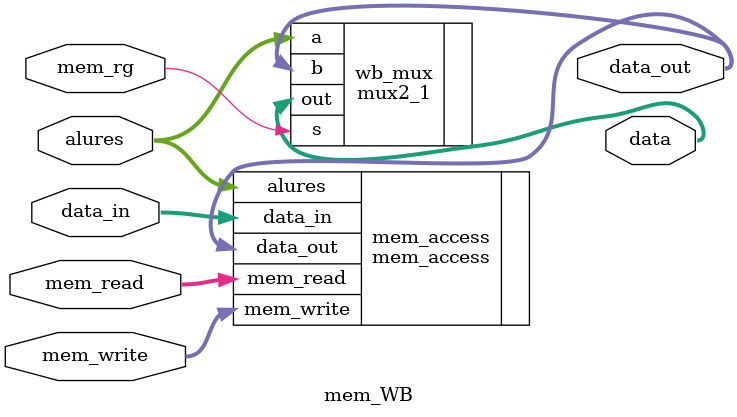
<source format=sv>
module mem_WB(alures,data_in,data_out,mem_rg,data,mem_read,mem_write);
input logic[31:0] alures;
output logic [31:0] data_out;
input logic [31:0] data_in;
input logic [31:0] mem_read;
input logic [31:0] mem_write;
input bit mem_rg;
output logic[31:0] data;

mux2_1 wb_mux(.a(alures),.b(data_out),.s(mem_rg),.out(data));
mem_access mem_access(.data_in(data_in),.data_out(data_out),.alures(alures),.mem_read(mem_read),.mem_write(mem_write));
endmodule
</source>
